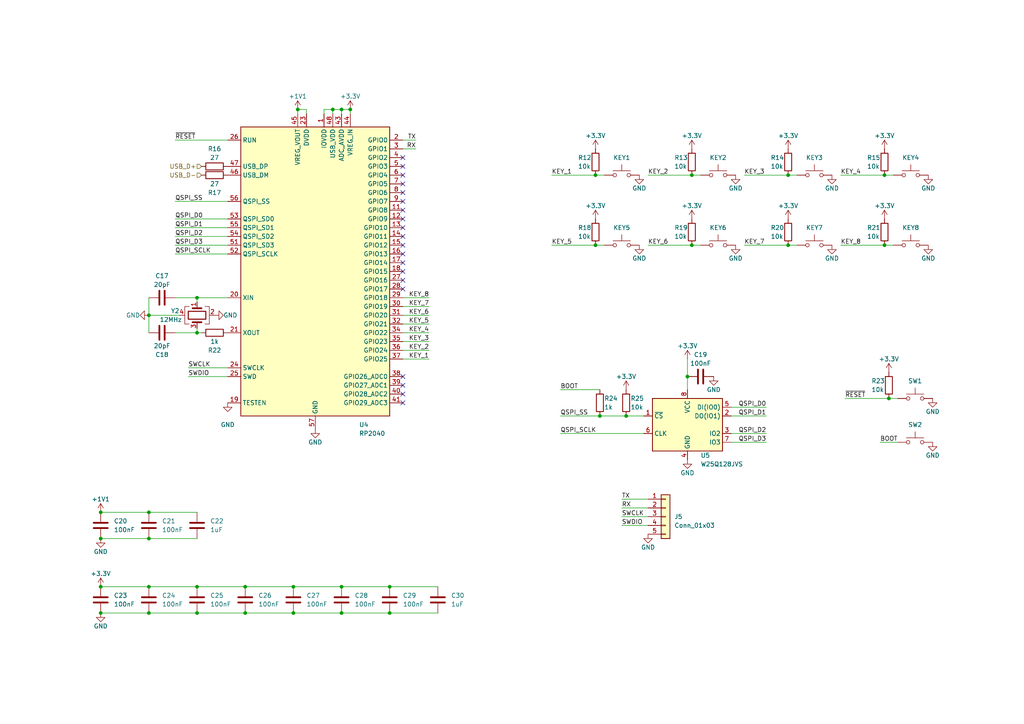
<source format=kicad_sch>
(kicad_sch (version 20211123) (generator eeschema)
  (paper "A4")
  (lib_symbols
    (symbol "Connector_Generic:Conn_01x05" (pin_names (offset 1.016) hide)
      (property "Reference" "J" (at 0 7.62 0))
      (property "Value" "Conn_01x05" (at 0 -7.62 0))
      (symbol "Conn_01x05_1_1"
        (rectangle (start -1.27 -4.953) (end 0 -5.207) (stroke (width 0.1524)))
        (rectangle (start -1.27 -2.413) (end 0 -2.667) (stroke (width 0.1524)))
        (rectangle (start -1.27 0.127) (end 0 -0.127) (stroke (width 0.1524)))
        (rectangle (start -1.27 2.667) (end 0 2.413) (stroke (width 0.1524)))
        (rectangle (start -1.27 5.207) (end 0 4.953) (stroke (width 0.1524)))
        (rectangle (start -1.27 6.35) (end 1.27 -6.35) (stroke (width 0.254)) (fill (type background)))
        (pin passive line (at -5.08 5.08 0) (length 3.81) (name "Pin_1") (number "1"))
        (pin passive line (at -5.08 2.54 0) (length 3.81) (name "Pin_2") (number "2"))
        (pin passive line (at -5.08 0 0) (length 3.81) (name "Pin_3") (number "3"))
        (pin passive line (at -5.08 -2.54 0) (length 3.81) (name "Pin_4") (number "4"))
        (pin passive line (at -5.08 -5.08 0) (length 3.81) (name "Pin_5") (number "5"))
      )
    )
    (symbol "Device:C" (pin_numbers hide) (pin_names (offset 0.254))
      (property "Reference" "C" (at 0.635 2.54 0))
      (property "Value" "C" (at 0.635 -2.54 0))
      (symbol "C_0_1"
        (polyline (pts (xy -2.032 -0.762) (xy 2.032 -0.762)) (stroke (width 0.508)))
        (polyline (pts (xy -2.032 0.762) (xy 2.032 0.762)) (stroke (width 0.508)))
      )
      (symbol "C_1_1"
        (pin passive line (at 0 3.81 270) (length 2.794) (name "~") (number "1"))
        (pin passive line (at 0 -3.81 90) (length 2.794) (name "~") (number "2"))
      )
    )
    (symbol "Device:Crystal_GND24" (pin_names (offset 1.016) hide)
      (property "Reference" "Y" (at 3.175 5.08 0))
      (property "Value" "Crystal_GND24" (at 3.175 3.175 0))
      (symbol "Crystal_GND24_0_1"
        (rectangle (start -1.143 2.54) (end 1.143 -2.54) (stroke (width 0.3048)))
        (polyline (pts (xy -2.54 0) (xy -2.032 0)))
        (polyline (pts (xy -2.032 -1.27) (xy -2.032 1.27)) (stroke (width 0.508)))
        (polyline (pts (xy 0 -3.81) (xy 0 -3.556)))
        (polyline (pts (xy 0 3.556) (xy 0 3.81)))
        (polyline (pts (xy 2.032 -1.27) (xy 2.032 1.27)) (stroke (width 0.508)))
        (polyline (pts (xy 2.032 0) (xy 2.54 0)))
        (polyline (pts (xy -2.54 -2.286) (xy -2.54 -3.556) (xy 2.54 -3.556) (xy 2.54 -2.286)))
        (polyline (pts (xy -2.54 2.286) (xy -2.54 3.556) (xy 2.54 3.556) (xy 2.54 2.286)))
      )
      (symbol "Crystal_GND24_1_1"
        (pin passive line (at -3.81 0 0) (length 1.27) (name "1") (number "1"))
        (pin passive line (at 0 5.08 270) (length 1.27) (name "2") (number "2"))
        (pin passive line (at 3.81 0 180) (length 1.27) (name "3") (number "3"))
        (pin passive line (at 0 -5.08 90) (length 1.27) (name "4") (number "4"))
      )
    )
    (symbol "Device:R" (pin_numbers hide) (pin_names (offset 0))
      (property "Reference" "R" (at 2.032 0 90))
      (property "Value" "R" (at 0 0 90))
      (symbol "R_0_1"
        (rectangle (start -1.016 -2.54) (end 1.016 2.54) (stroke (width 0.254)))
      )
      (symbol "R_1_1"
        (pin passive line (at 0 3.81 270) (length 1.27) (name "~") (number "1"))
        (pin passive line (at 0 -3.81 90) (length 1.27) (name "~") (number "2"))
      )
    )
    (symbol "MCU_RaspberryPi:RP2040"
      (property "Reference" "U" (at 17.78 45.72 0))
      (property "Value" "RP2040" (at 17.78 43.18 0))
      (symbol "RP2040_0_1"
        (rectangle (start -21.59 41.91) (end 21.59 -41.91) (stroke (width 0.254)) (fill (type background)))
      )
      (symbol "RP2040_1_1"
        (pin power_in line (at 2.54 45.72 270) (length 3.81) (name "IOVDD") (number "1"))
        (pin passive line (at 2.54 45.72 270) (length 3.81) hide (name "IOVDD") (number "10"))
        (pin bidirectional line (at 25.4 17.78 180) (length 3.81) (name "GPIO8") (number "11"))
        (pin bidirectional line (at 25.4 15.24 180) (length 3.81) (name "GPIO9") (number "12"))
        (pin bidirectional line (at 25.4 12.7 180) (length 3.81) (name "GPIO10") (number "13"))
        (pin bidirectional line (at 25.4 10.16 180) (length 3.81) (name "GPIO11") (number "14"))
        (pin bidirectional line (at 25.4 7.62 180) (length 3.81) (name "GPIO12") (number "15"))
        (pin bidirectional line (at 25.4 5.08 180) (length 3.81) (name "GPIO13") (number "16"))
        (pin bidirectional line (at 25.4 2.54 180) (length 3.81) (name "GPIO14") (number "17"))
        (pin bidirectional line (at 25.4 0 180) (length 3.81) (name "GPIO15") (number "18"))
        (pin input line (at -25.4 -38.1 0) (length 3.81) (name "TESTEN") (number "19"))
        (pin bidirectional line (at 25.4 38.1 180) (length 3.81) (name "GPIO0") (number "2"))
        (pin input line (at -25.4 -7.62 0) (length 3.81) (name "XIN") (number "20"))
        (pin passive line (at -25.4 -17.78 0) (length 3.81) (name "XOUT") (number "21"))
        (pin passive line (at 2.54 45.72 270) (length 3.81) hide (name "IOVDD") (number "22"))
        (pin power_in line (at -2.54 45.72 270) (length 3.81) (name "DVDD") (number "23"))
        (pin output line (at -25.4 -27.94 0) (length 3.81) (name "SWCLK") (number "24"))
        (pin bidirectional line (at -25.4 -30.48 0) (length 3.81) (name "SWD") (number "25"))
        (pin input line (at -25.4 38.1 0) (length 3.81) (name "RUN") (number "26"))
        (pin bidirectional line (at 25.4 -2.54 180) (length 3.81) (name "GPIO16") (number "27"))
        (pin bidirectional line (at 25.4 -5.08 180) (length 3.81) (name "GPIO17") (number "28"))
        (pin bidirectional line (at 25.4 -7.62 180) (length 3.81) (name "GPIO18") (number "29"))
        (pin bidirectional line (at 25.4 35.56 180) (length 3.81) (name "GPIO1") (number "3"))
        (pin bidirectional line (at 25.4 -10.16 180) (length 3.81) (name "GPIO19") (number "30"))
        (pin bidirectional line (at 25.4 -12.7 180) (length 3.81) (name "GPIO20") (number "31"))
        (pin bidirectional line (at 25.4 -15.24 180) (length 3.81) (name "GPIO21") (number "32"))
        (pin passive line (at 2.54 45.72 270) (length 3.81) hide (name "IOVDD") (number "33"))
        (pin bidirectional line (at 25.4 -17.78 180) (length 3.81) (name "GPIO22") (number "34"))
        (pin bidirectional line (at 25.4 -20.32 180) (length 3.81) (name "GPIO23") (number "35"))
        (pin bidirectional line (at 25.4 -22.86 180) (length 3.81) (name "GPIO24") (number "36"))
        (pin bidirectional line (at 25.4 -25.4 180) (length 3.81) (name "GPIO25") (number "37"))
        (pin bidirectional line (at 25.4 -30.48 180) (length 3.81) (name "GPIO26_ADC0") (number "38"))
        (pin bidirectional line (at 25.4 -33.02 180) (length 3.81) (name "GPIO27_ADC1") (number "39"))
        (pin bidirectional line (at 25.4 33.02 180) (length 3.81) (name "GPIO2") (number "4"))
        (pin bidirectional line (at 25.4 -35.56 180) (length 3.81) (name "GPIO28_ADC2") (number "40"))
        (pin bidirectional line (at 25.4 -38.1 180) (length 3.81) (name "GPIO29_ADC3") (number "41"))
        (pin passive line (at 2.54 45.72 270) (length 3.81) hide (name "IOVDD") (number "42"))
        (pin power_in line (at 7.62 45.72 270) (length 3.81) (name "ADC_AVDD") (number "43"))
        (pin power_in line (at 10.16 45.72 270) (length 3.81) (name "VREG_IN") (number "44"))
        (pin power_out line (at -5.08 45.72 270) (length 3.81) (name "VREG_VOUT") (number "45"))
        (pin bidirectional line (at -25.4 27.94 0) (length 3.81) (name "USB_DM") (number "46"))
        (pin bidirectional line (at -25.4 30.48 0) (length 3.81) (name "USB_DP") (number "47"))
        (pin power_in line (at 5.08 45.72 270) (length 3.81) (name "USB_VDD") (number "48"))
        (pin passive line (at 2.54 45.72 270) (length 3.81) hide (name "IOVDD") (number "49"))
        (pin bidirectional line (at 25.4 30.48 180) (length 3.81) (name "GPIO3") (number "5"))
        (pin passive line (at -2.54 45.72 270) (length 3.81) hide (name "DVDD") (number "50"))
        (pin bidirectional line (at -25.4 7.62 0) (length 3.81) (name "QSPI_SD3") (number "51"))
        (pin output line (at -25.4 5.08 0) (length 3.81) (name "QSPI_SCLK") (number "52"))
        (pin bidirectional line (at -25.4 15.24 0) (length 3.81) (name "QSPI_SD0") (number "53"))
        (pin bidirectional line (at -25.4 10.16 0) (length 3.81) (name "QSPI_SD2") (number "54"))
        (pin bidirectional line (at -25.4 12.7 0) (length 3.81) (name "QSPI_SD1") (number "55"))
        (pin bidirectional line (at -25.4 20.32 0) (length 3.81) (name "QSPI_SS") (number "56"))
        (pin power_in line (at 0 -45.72 90) (length 3.81) (name "GND") (number "57"))
        (pin bidirectional line (at 25.4 27.94 180) (length 3.81) (name "GPIO4") (number "6"))
        (pin bidirectional line (at 25.4 25.4 180) (length 3.81) (name "GPIO5") (number "7"))
        (pin bidirectional line (at 25.4 22.86 180) (length 3.81) (name "GPIO6") (number "8"))
        (pin bidirectional line (at 25.4 20.32 180) (length 3.81) (name "GPIO7") (number "9"))
      )
    )
    (symbol "Memory_Flash:W25Q128JVS"
      (property "Reference" "U" (at -8.89 8.89 0))
      (property "Value" "W25Q128JVS" (at 7.62 8.89 0))
      (symbol "W25Q128JVS_0_1"
        (rectangle (start -10.16 7.62) (end 10.16 -7.62) (stroke (width 0.254)) (fill (type background)))
      )
      (symbol "W25Q128JVS_1_1"
        (pin input line (at -12.7 2.54 0) (length 2.54) (name "~{CS}") (number "1"))
        (pin bidirectional line (at 12.7 2.54 180) (length 2.54) (name "DO(IO1)") (number "2"))
        (pin bidirectional line (at 12.7 -2.54 180) (length 2.54) (name "IO2") (number "3"))
        (pin power_in line (at 0 -10.16 90) (length 2.54) (name "GND") (number "4"))
        (pin bidirectional line (at 12.7 5.08 180) (length 2.54) (name "DI(IO0)") (number "5"))
        (pin input line (at -12.7 -2.54 0) (length 2.54) (name "CLK") (number "6"))
        (pin bidirectional line (at 12.7 -5.08 180) (length 2.54) (name "IO3") (number "7"))
        (pin power_in line (at 0 10.16 270) (length 2.54) (name "VCC") (number "8"))
      )
    )
    (symbol "Switch:SW_Push" (pin_numbers hide) (pin_names (offset 1.016) hide)
      (property "Reference" "SW" (at 1.27 2.54 0))
      (property "Value" "SW_Push" (at 0 -1.524 0))
      (symbol "SW_Push_0_1"
        (circle (center -2.032 0) (radius 0.508))
        (polyline (pts (xy 0 1.27) (xy 0 3.048)))
        (polyline (pts (xy 2.54 1.27) (xy -2.54 1.27)))
        (circle (center 2.032 0) (radius 0.508))
        (pin passive line (at -5.08 0 0) (length 2.54) (name "1") (number "1"))
        (pin passive line (at 5.08 0 180) (length 2.54) (name "2") (number "2"))
      )
    )
    (symbol "power:+1V1" (power) (pin_names (offset 0))
      (property "Value" "+1V1" (at 0 3.556 0))
      (symbol "+1V1_0_1"
        (polyline (pts (xy -0.762 1.27) (xy 0 2.54)))
        (polyline (pts (xy 0 0) (xy 0 2.54)))
        (polyline (pts (xy 0 2.54) (xy 0.762 1.27)))
      )
      (symbol "+1V1_1_1"
        (pin power_in line (at 0 0 90) (length 0) hide (name "+1V1") (number "1"))
      )
    )
    (symbol "power:+3.3V" (power) (pin_names (offset 0))
      (property "Value" "+3.3V" (at 0 3.556 0))
      (symbol "+3.3V_0_1"
        (polyline (pts (xy -0.762 1.27) (xy 0 2.54)))
        (polyline (pts (xy 0 0) (xy 0 2.54)))
        (polyline (pts (xy 0 2.54) (xy 0.762 1.27)))
      )
      (symbol "+3.3V_1_1"
        (pin power_in line (at 0 0 90) (length 0) hide (name "+3.3V") (number "1"))
      )
    )
    (symbol "power:GND" (power) (pin_names (offset 0))
      (property "Value" "GND" (at 0 -3.81 0))
      (symbol "GND_0_1"
        (polyline (pts (xy 0 0) (xy 0 -1.27) (xy 1.27 -1.27) (xy 0 -2.54) (xy -1.27 -1.27) (xy 0 -1.27)))
      )
      (symbol "GND_1_1"
        (pin power_in line (at 0 0 270) (length 0) hide (name "GND") (number "1"))
      )
    )
  )
  (junction (at 43.18 91.44))
  (junction (at 85.09 177.8))
  (junction (at 172.72 50.8))
  (junction (at 173.99 120.65))
  (junction (at 71.12 177.8))
  (junction (at 43.18 177.8))
  (junction (at 96.52 31.75))
  (junction (at 256.54 71.12))
  (junction (at 228.6 71.12))
  (junction (at 200.66 71.12))
  (junction (at 71.12 170.18))
  (junction (at 99.06 177.8))
  (junction (at 57.15 96.52))
  (junction (at 113.03 177.8))
  (junction (at 57.15 86.36))
  (junction (at 101.6 31.75))
  (junction (at 29.21 156.21))
  (junction (at 29.21 177.8))
  (junction (at 228.6 50.8))
  (junction (at 200.66 50.8))
  (junction (at 43.18 170.18))
  (junction (at 29.21 148.59))
  (junction (at 57.15 177.8))
  (junction (at 99.06 31.75))
  (junction (at 43.18 148.59))
  (junction (at 172.72 71.12))
  (junction (at 29.21 170.18))
  (junction (at 257.81 115.57))
  (junction (at 57.15 170.18))
  (junction (at 181.61 120.65))
  (junction (at 85.09 170.18))
  (junction (at 99.06 170.18))
  (junction (at 199.39 109.22))
  (junction (at 113.03 170.18))
  (junction (at 86.36 31.75))
  (junction (at 43.18 156.21))
  (junction (at 256.54 50.8))
  (no_connect (at 116.84 109.22))
  (no_connect (at 116.84 111.76))
  (no_connect (at 116.84 114.3))
  (no_connect (at 116.84 116.84))
  (no_connect (at 116.84 63.5))
  (no_connect (at 116.84 48.26))
  (no_connect (at 116.84 66.04))
  (no_connect (at 116.84 68.58))
  (no_connect (at 116.84 71.12))
  (no_connect (at 116.84 76.2))
  (no_connect (at 116.84 73.66))
  (no_connect (at 116.84 83.82))
  (no_connect (at 116.84 81.28))
  (no_connect (at 116.84 78.74))
  (no_connect (at 116.84 60.96))
  (no_connect (at 116.84 58.42))
  (no_connect (at 116.84 55.88))
  (no_connect (at 116.84 53.34))
  (no_connect (at 116.84 50.8))
  (no_connect (at 116.84 45.72))
  (wire (pts (xy 50.8 63.5) (xy 66.04 63.5)))
  (wire (pts (xy 180.34 152.4) (xy 187.96 152.4)))
  (wire (pts (xy 43.18 170.18) (xy 57.15 170.18)))
  (wire (pts (xy 245.11 115.57) (xy 257.81 115.57)))
  (wire (pts (xy 43.18 156.21) (xy 57.15 156.21)))
  (wire (pts (xy 120.65 43.18) (xy 116.84 43.18)))
  (wire (pts (xy 57.15 96.52) (xy 57.15 95.25)))
  (wire (pts (xy 256.54 50.8) (xy 259.08 50.8)))
  (wire (pts (xy 96.52 31.75) (xy 99.06 31.75)))
  (wire (pts (xy 50.8 40.64) (xy 66.04 40.64)))
  (wire (pts (xy 222.25 125.73) (xy 212.09 125.73)))
  (wire (pts (xy 200.66 50.8) (xy 203.2 50.8)))
  (wire (pts (xy 243.84 50.8) (xy 256.54 50.8)))
  (wire (pts (xy 180.34 149.86) (xy 187.96 149.86)))
  (wire (pts (xy 162.56 125.73) (xy 186.69 125.73)))
  (wire (pts (xy 162.56 120.65) (xy 173.99 120.65)))
  (wire (pts (xy 93.98 31.75) (xy 93.98 33.02)))
  (wire (pts (xy 124.46 99.06) (xy 116.84 99.06)))
  (wire (pts (xy 99.06 31.75) (xy 99.06 33.02)))
  (wire (pts (xy 99.06 31.75) (xy 101.6 31.75)))
  (wire (pts (xy 181.61 120.65) (xy 186.69 120.65)))
  (wire (pts (xy 124.46 101.6) (xy 116.84 101.6)))
  (wire (pts (xy 215.9 71.12) (xy 228.6 71.12)))
  (wire (pts (xy 228.6 71.12) (xy 231.14 71.12)))
  (wire (pts (xy 29.21 156.21) (xy 43.18 156.21)))
  (wire (pts (xy 43.18 148.59) (xy 57.15 148.59)))
  (wire (pts (xy 101.6 31.75) (xy 101.6 33.02)))
  (wire (pts (xy 160.02 50.8) (xy 172.72 50.8)))
  (wire (pts (xy 160.02 71.12) (xy 172.72 71.12)))
  (wire (pts (xy 43.18 91.44) (xy 52.07 91.44)))
  (wire (pts (xy 124.46 88.9) (xy 116.84 88.9)))
  (wire (pts (xy 222.25 118.11) (xy 212.09 118.11)))
  (wire (pts (xy 50.8 66.04) (xy 66.04 66.04)))
  (wire (pts (xy 99.06 170.18) (xy 113.03 170.18)))
  (wire (pts (xy 113.03 177.8) (xy 127 177.8)))
  (wire (pts (xy 57.15 86.36) (xy 57.15 87.63)))
  (wire (pts (xy 58.42 96.52) (xy 57.15 96.52)))
  (wire (pts (xy 29.21 148.59) (xy 43.18 148.59)))
  (wire (pts (xy 222.25 120.65) (xy 212.09 120.65)))
  (wire (pts (xy 57.15 177.8) (xy 71.12 177.8)))
  (wire (pts (xy 71.12 177.8) (xy 85.09 177.8)))
  (wire (pts (xy 85.09 170.18) (xy 99.06 170.18)))
  (wire (pts (xy 124.46 91.44) (xy 116.84 91.44)))
  (wire (pts (xy 199.39 104.14) (xy 199.39 109.22)))
  (wire (pts (xy 187.96 50.8) (xy 200.66 50.8)))
  (wire (pts (xy 66.04 86.36) (xy 57.15 86.36)))
  (wire (pts (xy 54.61 106.68) (xy 66.04 106.68)))
  (wire (pts (xy 50.8 71.12) (xy 66.04 71.12)))
  (wire (pts (xy 172.72 71.12) (xy 175.26 71.12)))
  (wire (pts (xy 215.9 50.8) (xy 228.6 50.8)))
  (wire (pts (xy 50.8 86.36) (xy 57.15 86.36)))
  (wire (pts (xy 50.8 73.66) (xy 66.04 73.66)))
  (wire (pts (xy 50.8 58.42) (xy 66.04 58.42)))
  (wire (pts (xy 43.18 177.8) (xy 57.15 177.8)))
  (wire (pts (xy 257.81 115.57) (xy 260.35 115.57)))
  (wire (pts (xy 199.39 109.22) (xy 199.39 113.03)))
  (wire (pts (xy 172.72 50.8) (xy 175.26 50.8)))
  (wire (pts (xy 180.34 144.78) (xy 187.96 144.78)))
  (wire (pts (xy 43.18 86.36) (xy 43.18 91.44)))
  (wire (pts (xy 71.12 170.18) (xy 85.09 170.18)))
  (wire (pts (xy 200.66 71.12) (xy 203.2 71.12)))
  (wire (pts (xy 255.27 128.27) (xy 260.35 128.27)))
  (wire (pts (xy 96.52 31.75) (xy 96.52 33.02)))
  (wire (pts (xy 29.21 177.8) (xy 43.18 177.8)))
  (wire (pts (xy 113.03 170.18) (xy 127 170.18)))
  (wire (pts (xy 124.46 96.52) (xy 116.84 96.52)))
  (wire (pts (xy 43.18 91.44) (xy 43.18 96.52)))
  (wire (pts (xy 243.84 71.12) (xy 256.54 71.12)))
  (wire (pts (xy 124.46 93.98) (xy 116.84 93.98)))
  (wire (pts (xy 173.99 120.65) (xy 181.61 120.65)))
  (wire (pts (xy 222.25 128.27) (xy 212.09 128.27)))
  (wire (pts (xy 50.8 96.52) (xy 57.15 96.52)))
  (wire (pts (xy 50.8 68.58) (xy 66.04 68.58)))
  (wire (pts (xy 29.21 170.18) (xy 43.18 170.18)))
  (wire (pts (xy 86.36 31.75) (xy 88.9 31.75)))
  (wire (pts (xy 180.34 147.32) (xy 187.96 147.32)))
  (wire (pts (xy 99.06 177.8) (xy 113.03 177.8)))
  (wire (pts (xy 187.96 71.12) (xy 200.66 71.12)))
  (wire (pts (xy 88.9 31.75) (xy 88.9 33.02)))
  (wire (pts (xy 256.54 71.12) (xy 259.08 71.12)))
  (wire (pts (xy 86.36 31.75) (xy 86.36 33.02)))
  (wire (pts (xy 54.61 109.22) (xy 66.04 109.22)))
  (wire (pts (xy 228.6 50.8) (xy 231.14 50.8)))
  (wire (pts (xy 124.46 86.36) (xy 116.84 86.36)))
  (wire (pts (xy 93.98 31.75) (xy 96.52 31.75)))
  (wire (pts (xy 124.46 104.14) (xy 116.84 104.14)))
  (wire (pts (xy 162.56 113.03) (xy 173.99 113.03)))
  (wire (pts (xy 120.65 40.64) (xy 116.84 40.64)))
  (wire (pts (xy 85.09 177.8) (xy 99.06 177.8)))
  (wire (pts (xy 57.15 170.18) (xy 71.12 170.18)))
  (label "KEY_2" (at 124.46 101.6 180))
  (label "QSPI_SS" (at 50.8 58.42 0))
  (label "~{RESET}" (at 50.8 40.64 0))
  (label "TX" (at 120.65 40.64 180))
  (label "KEY_4" (at 124.46 96.52 180))
  (label "QSPI_D0" (at 50.8 63.5 0))
  (label "KEY_7" (at 124.46 88.9 180))
  (label "KEY_5" (at 124.46 93.98 180))
  (label "KEY_5" (at 160.02 71.12 0))
  (label "SWDIO" (at 54.61 109.22 0))
  (label "QSPI_D0" (at 222.25 118.11 180))
  (label "SWCLK" (at 54.61 106.68 0))
  (label "BOOT" (at 255.27 128.27 0))
  (label "QSPI_D3" (at 222.25 128.27 180))
  (label "KEY_1" (at 160.02 50.8 0))
  (label "QSPI_D1" (at 222.25 120.65 180))
  (label "QSPI_SS" (at 162.56 120.65 0))
  (label "RX" (at 180.34 147.32 0))
  (label "KEY_2" (at 187.96 50.8 0))
  (label "QSPI_D1" (at 50.8 66.04 0))
  (label "~{RESET}" (at 245.11 115.57 0))
  (label "TX" (at 180.34 144.78 0))
  (label "KEY_8" (at 243.84 71.12 0))
  (label "RX" (at 120.65 43.18 180))
  (label "QSPI_D2" (at 50.8 68.58 0))
  (label "SWDIO" (at 180.34 152.4 0))
  (label "KEY_1" (at 124.46 104.14 180))
  (label "KEY_6" (at 124.46 91.44 180))
  (label "KEY_6" (at 187.96 71.12 0))
  (label "SWCLK" (at 180.34 149.86 0))
  (label "KEY_7" (at 215.9 71.12 0))
  (label "KEY_3" (at 124.46 99.06 180))
  (label "QSPI_SCLK" (at 162.56 125.73 0))
  (label "KEY_4" (at 243.84 50.8 0))
  (label "KEY_3" (at 215.9 50.8 0))
  (label "QSPI_D3" (at 50.8 71.12 0))
  (label "BOOT" (at 162.56 113.03 0))
  (label "QSPI_D2" (at 222.25 125.73 180))
  (label "QSPI_SCLK" (at 50.8 73.66 0))
  (label "KEY_8" (at 124.46 86.36 180))
  (hierarchical_label "USB_D-" (shape input) (at 58.42 50.8 180))
  (hierarchical_label "USB_D+" (shape input) (at 58.42 48.26 180))
  (symbol (lib_id "power:GND") (at 43.18 91.44 270) (unit 1)
    (property "Reference" "#PWR0150" (effects hide))
    (property "Value" "GND" (at 40.64 91.44 90) (effects (justify right)))
  )
  (symbol (lib_id "Switch:SW_Push") (at 180.34 50.8 0) (unit 1)
    (property "Reference" "KEY1" (at 180.34 45.72 0))
    (property "Value" "SW_Push" (effects hide))
    (property "Footprint" "key-switches:MX_switch_THT_hotswap_A" (effects hide))
  )
  (symbol (lib_id "Device:C") (at 29.21 173.99 0) (unit 1)
    (property "Reference" "C23" (at 33.02 172.7199 0) (effects (justify left)))
    (property "Value" "100nF" (at 33.02 175.2599 0) (effects (justify left)))
    (property "Footprint" "Capacitor_SMD:C_0402_1005Metric" (effects hide))
    (property "JLCPCB Part #" "C1525" (effects hide))
    (property "MFR. Part #" "CL05B104KO5NNNC" (effects hide))
  )
  (symbol (lib_id "Device:R") (at 257.81 111.76 0) (unit 1)
    (property "Reference" "R23" (at 252.73 110.49 0) (effects (justify left)))
    (property "Value" "10k" (at 252.73 113.03 0) (effects (justify left)))
    (property "Footprint" "Resistor_SMD:R_0402_1005Metric" (effects hide))
    (property "JLCPCB Part #" "C25744" (effects hide))
    (property "MFR. Part #" "0402WGF1002TCE" (effects hide))
  )
  (symbol (lib_id "Device:C") (at 43.18 152.4 0) (unit 1)
    (property "Reference" "C21" (at 46.99 151.1299 0) (effects (justify left)))
    (property "Value" "100nF" (at 46.99 153.6699 0) (effects (justify left)))
    (property "Footprint" "Capacitor_SMD:C_0402_1005Metric" (effects hide))
    (property "JLCPCB Part #" "C1525" (effects hide))
    (property "MFR. Part #" "CL05B104KO5NNNC" (effects hide))
  )
  (symbol (lib_id "Switch:SW_Push") (at 208.28 71.12 0) (unit 1)
    (property "Reference" "KEY6" (at 208.28 66.04 0))
    (property "Value" "SW_Push" (effects hide))
    (property "Footprint" "key-switches:MX_switch_THT_hotswap_A" (effects hide))
  )
  (symbol (lib_id "Memory_Flash:W25Q128JVS") (at 199.39 123.19 0) (unit 1)
    (property "Reference" "U5" (at 203.2 132.08 0) (effects (justify left)))
    (property "Value" "W25Q128JVS" (at 203.2 134.62 0) (effects (justify left)))
    (property "Footprint" "Package_SO:SOIC-8_5.23x5.23mm_P1.27mm" (effects hide))
    (property "Datasheet" "http://www.winbond.com/resource-files/w25q128jv_dtr%20revc%2003272018%20plus.pdf" (effects hide))
    (property "JLCPCB Part #" "C97521" (effects hide))
    (property "MFR. Part #" "W25Q128JVSIQ" (effects hide))
  )
  (symbol (lib_id "power:+3.3V") (at 257.81 107.95 0) (unit 1)
    (property "Reference" "#PWR0169" (effects hide))
    (property "Value" "+3.3V" (at 257.81 104.14 0))
  )
  (symbol (lib_id "Switch:SW_Push") (at 180.34 71.12 0) (unit 1)
    (property "Reference" "KEY5" (at 180.34 66.04 0))
    (property "Value" "SW_Push" (effects hide))
    (property "Footprint" "key-switches:MX_switch_THT_hotswap_A" (effects hide))
  )
  (symbol (lib_id "power:+3.3V") (at 200.66 63.5 0) (unit 1)
    (property "Reference" "#PWR0154" (effects hide))
    (property "Value" "+3.3V" (at 200.66 59.69 0))
  )
  (symbol (lib_id "Device:R") (at 256.54 46.99 0) (unit 1)
    (property "Reference" "R15" (at 251.46 45.72 0) (effects (justify left)))
    (property "Value" "10k" (at 251.46 48.26 0) (effects (justify left)))
    (property "Footprint" "Resistor_SMD:R_0402_1005Metric" (effects hide))
    (property "JLCPCB Part #" "C25744" (effects hide))
    (property "MFR. Part #" "0402WGF1002TCE" (effects hide))
  )
  (symbol (lib_id "Device:R") (at 200.66 46.99 0) (unit 1)
    (property "Reference" "R13" (at 195.58 45.72 0) (effects (justify left)))
    (property "Value" "10k" (at 195.58 48.26 0) (effects (justify left)))
    (property "Footprint" "Resistor_SMD:R_0402_1005Metric" (effects hide))
    (property "JLCPCB Part #" "C25744" (effects hide))
    (property "MFR. Part #" "0402WGF1002TCE" (effects hide))
  )
  (symbol (lib_id "Switch:SW_Push") (at 265.43 128.27 0) (unit 1)
    (property "Reference" "SW2" (at 265.43 123.19 0))
    (property "Value" "BOOT" (effects hide))
    (property "Footprint" "Button_Switch_SMD:SW_SPST_TL3342" (effects hide))
    (property "JLCPCB Part #" "C318884" (effects hide))
    (property "MFR. Part #" "TS-1187A-B-A-B" (effects hide))
  )
  (symbol (lib_id "Connector_Generic:Conn_01x05") (at 193.04 149.86 0) (unit 1)
    (property "Reference" "J5" (at 195.58 149.8599 0) (effects (justify left)))
    (property "Value" "Conn_01x03" (at 195.58 152.3999 0) (effects (justify left)))
    (property "Footprint" "Connector_PinHeader_2.54mm:PinHeader_1x05_P2.54mm_Vertical" (effects hide))
  )
  (symbol (lib_id "Device:Crystal_GND24") (at 57.15 91.44 270) (unit 1)
    (property "Reference" "Y2" (at 50.8 90.17 90))
    (property "Value" "12MHz" (at 49.53 92.71 90))
    (property "Footprint" "Crystal:Crystal_SMD_3225-4Pin_3.2x2.5mm" (effects hide))
    (property "JLCPCB Part #" "C9002" (effects hide))
    (property "MFR. Part #" "X322512MSB4SI" (effects hide))
  )
  (symbol (lib_id "Device:R") (at 62.23 48.26 90) (unit 1)
    (property "Reference" "R16" (at 62.23 43.18 90))
    (property "Value" "27" (at 62.23 45.72 90))
    (property "Footprint" "Resistor_SMD:R_0603_1608Metric" (effects hide))
    (property "JLCPCB Part #" "C25190" (effects hide))
    (property "MFR. Part #" "0603WAF270JT5E" (effects hide))
  )
  (symbol (lib_id "Device:C") (at 43.18 173.99 0) (unit 1)
    (property "Reference" "C24" (at 46.99 172.7199 0) (effects (justify left)))
    (property "Value" "100nF" (at 46.99 175.2599 0) (effects (justify left)))
    (property "Footprint" "Capacitor_SMD:C_0402_1005Metric" (effects hide))
    (property "JLCPCB Part #" "C1525" (effects hide))
    (property "MFR. Part #" "CL05B104KO5NNNC" (effects hide))
  )
  (symbol (lib_id "power:GND") (at 269.24 50.8 0) (unit 1)
    (property "Reference" "#PWR0167" (effects hide))
    (property "Value" "GND" (at 269.24 54.61 0))
  )
  (symbol (lib_id "Device:C") (at 203.2 109.22 90) (unit 1)
    (property "Reference" "C19" (at 203.2 102.87 90))
    (property "Value" "100nF" (at 203.2 105.41 90))
    (property "Footprint" "Capacitor_SMD:C_0402_1005Metric" (effects hide))
    (property "JLCPCB Part #" "C1525" (effects hide))
    (property "MFR. Part #" "CL05B104KO5NNNC" (effects hide))
  )
  (symbol (lib_id "power:+3.3V") (at 200.66 43.18 0) (unit 1)
    (property "Reference" "#PWR0155" (effects hide))
    (property "Value" "+3.3V" (at 200.66 39.37 0))
  )
  (symbol (lib_id "power:GND") (at 187.96 154.94 0) (unit 1)
    (property "Reference" "#PWR0175" (effects hide))
    (property "Value" "GND" (at 187.96 158.75 0))
  )
  (symbol (lib_id "power:GND") (at 185.42 71.12 0) (unit 1)
    (property "Reference" "#PWR0159" (effects hide))
    (property "Value" "GND" (at 185.42 74.93 0))
  )
  (symbol (lib_id "power:GND") (at 66.04 116.84 0) (unit 1)
    (property "Reference" "#PWR0163" (effects hide))
    (property "Value" "GND" (at 66.04 123.19 0))
  )
  (symbol (lib_id "Switch:SW_Push") (at 265.43 115.57 0) (unit 1)
    (property "Reference" "SW1" (at 265.43 110.49 0))
    (property "Value" "RESET" (effects hide))
    (property "Footprint" "Button_Switch_SMD:SW_SPST_TL3342" (effects hide))
    (property "JLCPCB Part #" "C318884" (effects hide))
    (property "MFR. Part #" "TS-1187A-B-A-B" (effects hide))
  )
  (symbol (lib_id "Device:R") (at 173.99 116.84 0) (unit 1)
    (property "Reference" "R24" (at 175.26 115.57 0) (effects (justify left)))
    (property "Value" "1k" (at 175.26 118.11 0) (effects (justify left)))
    (property "Footprint" "Resistor_SMD:R_0402_1005Metric" (effects hide))
    (property "JLCPCB Part #" "C11702" (effects hide))
    (property "MFR. Part #" "0402WGF1001TCE" (effects hide))
  )
  (symbol (lib_id "Device:C") (at 85.09 173.99 0) (unit 1)
    (property "Reference" "C27" (at 88.9 172.7199 0) (effects (justify left)))
    (property "Value" "100nF" (at 88.9 175.2599 0) (effects (justify left)))
    (property "Footprint" "Capacitor_SMD:C_0402_1005Metric" (effects hide))
    (property "JLCPCB Part #" "C1525" (effects hide))
    (property "MFR. Part #" "CL05B104KO5NNNC" (effects hide))
  )
  (symbol (lib_id "Device:R") (at 181.61 116.84 0) (unit 1)
    (property "Reference" "R25" (at 182.88 115.57 0) (effects (justify left)))
    (property "Value" "10k" (at 182.88 118.11 0) (effects (justify left)))
    (property "Footprint" "Resistor_SMD:R_0402_1005Metric" (effects hide))
    (property "JLCPCB Part #" "C25744" (effects hide))
    (property "MFR. Part #" "0402WGF1002TCE" (effects hide))
  )
  (symbol (lib_id "power:+3.3V") (at 172.72 43.18 0) (unit 1)
    (property "Reference" "#PWR0162" (effects hide))
    (property "Value" "+3.3V" (at 172.72 39.37 0))
  )
  (symbol (lib_id "Device:C") (at 71.12 173.99 0) (unit 1)
    (property "Reference" "C26" (at 74.93 172.7199 0) (effects (justify left)))
    (property "Value" "100nF" (at 74.93 175.2599 0) (effects (justify left)))
    (property "Footprint" "Capacitor_SMD:C_0402_1005Metric" (effects hide))
    (property "JLCPCB Part #" "C1525" (effects hide))
    (property "MFR. Part #" "CL05B104KO5NNNC" (effects hide))
  )
  (symbol (lib_id "power:+3.3V") (at 101.6 31.75 0) (unit 1)
    (property "Reference" "#PWR0166" (effects hide))
    (property "Value" "+3.3V" (at 101.6 27.94 0))
  )
  (symbol (lib_id "Device:R") (at 256.54 67.31 0) (unit 1)
    (property "Reference" "R21" (at 251.46 66.04 0) (effects (justify left)))
    (property "Value" "10k" (at 251.46 68.58 0) (effects (justify left)))
    (property "Footprint" "Resistor_SMD:R_0402_1005Metric" (effects hide))
    (property "JLCPCB Part #" "C25744" (effects hide))
    (property "MFR. Part #" "0402WGF1002TCE" (effects hide))
  )
  (symbol (lib_id "Device:R") (at 228.6 67.31 0) (unit 1)
    (property "Reference" "R20" (at 223.52 66.04 0) (effects (justify left)))
    (property "Value" "10k" (at 223.52 68.58 0) (effects (justify left)))
    (property "Footprint" "Resistor_SMD:R_0402_1005Metric" (effects hide))
    (property "JLCPCB Part #" "C25744" (effects hide))
    (property "MFR. Part #" "0402WGF1002TCE" (effects hide))
  )
  (symbol (lib_id "power:+3.3V") (at 256.54 63.5 0) (unit 1)
    (property "Reference" "#PWR0171" (effects hide))
    (property "Value" "+3.3V" (at 256.54 59.69 0))
  )
  (symbol (lib_id "Device:R") (at 172.72 67.31 0) (unit 1)
    (property "Reference" "R18" (at 167.64 66.04 0) (effects (justify left)))
    (property "Value" "10k" (at 167.64 68.58 0) (effects (justify left)))
    (property "Footprint" "Resistor_SMD:R_0402_1005Metric" (effects hide))
    (property "JLCPCB Part #" "C25744" (effects hide))
    (property "MFR. Part #" "0402WGF1002TCE" (effects hide))
  )
  (symbol (lib_id "Device:R") (at 62.23 50.8 90) (unit 1)
    (property "Reference" "R17" (at 62.23 55.88 90))
    (property "Value" "27" (at 62.23 53.34 90))
    (property "Footprint" "Resistor_SMD:R_0603_1608Metric" (effects hide))
    (property "JLCPCB Part #" "C25190" (effects hide))
    (property "MFR. Part #" "0603WAF270JT5E" (effects hide))
  )
  (symbol (lib_id "Switch:SW_Push") (at 264.16 71.12 0) (unit 1)
    (property "Reference" "KEY8" (at 264.16 66.04 0))
    (property "Value" "SW_Push" (effects hide))
    (property "Footprint" "key-switches:MX_switch_THT_hotswap_A" (effects hide))
  )
  (symbol (lib_id "Device:R") (at 228.6 46.99 0) (unit 1)
    (property "Reference" "R14" (at 223.52 45.72 0) (effects (justify left)))
    (property "Value" "10k" (at 223.52 48.26 0) (effects (justify left)))
    (property "Footprint" "Resistor_SMD:R_0402_1005Metric" (effects hide))
    (property "JLCPCB Part #" "C25744" (effects hide))
    (property "MFR. Part #" "0402WGF1002TCE" (effects hide))
  )
  (symbol (lib_id "power:GND") (at 241.3 71.12 0) (unit 1)
    (property "Reference" "#PWR0174" (effects hide))
    (property "Value" "GND" (at 241.3 74.93 0))
  )
  (symbol (lib_id "Device:C") (at 57.15 173.99 0) (unit 1)
    (property "Reference" "C25" (at 60.96 172.7199 0) (effects (justify left)))
    (property "Value" "100nF" (at 60.96 175.2599 0) (effects (justify left)))
    (property "Footprint" "Capacitor_SMD:C_0402_1005Metric" (effects hide))
    (property "JLCPCB Part #" "C1525" (effects hide))
    (property "MFR. Part #" "CL05B104KO5NNNC" (effects hide))
  )
  (symbol (lib_id "power:GND") (at 199.39 133.35 0) (unit 1)
    (property "Reference" "#PWR0145" (effects hide))
    (property "Value" "GND" (at 199.39 137.16 0))
  )
  (symbol (lib_id "power:GND") (at 270.51 128.27 0) (unit 1)
    (property "Reference" "#PWR0173" (effects hide))
    (property "Value" "GND" (at 270.51 132.08 0))
  )
  (symbol (lib_id "power:GND") (at 29.21 177.8 0) (unit 1)
    (property "Reference" "#PWR0146" (effects hide))
    (property "Value" "GND" (at 29.21 181.61 0))
  )
  (symbol (lib_id "Device:R") (at 200.66 67.31 0) (unit 1)
    (property "Reference" "R19" (at 195.58 66.04 0) (effects (justify left)))
    (property "Value" "10k" (at 195.58 68.58 0) (effects (justify left)))
    (property "Footprint" "Resistor_SMD:R_0402_1005Metric" (effects hide))
    (property "JLCPCB Part #" "C25744" (effects hide))
    (property "MFR. Part #" "0402WGF1002TCE" (effects hide))
  )
  (symbol (lib_id "power:+3.3V") (at 256.54 43.18 0) (unit 1)
    (property "Reference" "#PWR0168" (effects hide))
    (property "Value" "+3.3V" (at 256.54 39.37 0))
  )
  (symbol (lib_id "power:+1V1") (at 29.21 148.59 0) (unit 1)
    (property "Reference" "#PWR0147" (effects hide))
    (property "Value" "+1V1" (at 29.21 144.78 0))
  )
  (symbol (lib_id "Device:C") (at 127 173.99 0) (unit 1)
    (property "Reference" "C30" (at 130.81 172.7199 0) (effects (justify left)))
    (property "Value" "1uF" (at 130.81 175.2599 0) (effects (justify left)))
    (property "Footprint" "Capacitor_SMD:C_0402_1005Metric" (effects hide))
    (property "JLCPCB Part #" "C52923" (effects hide))
    (property "MFR. Part #" "CL05A105KA5NQNC" (effects hide))
  )
  (symbol (lib_id "power:+1V1") (at 86.36 31.75 0) (unit 1)
    (property "Reference" "#PWR0165" (effects hide))
    (property "Value" "+1V1" (at 86.36 27.94 0))
  )
  (symbol (lib_id "power:GND") (at 269.24 71.12 0) (unit 1)
    (property "Reference" "#PWR0170" (effects hide))
    (property "Value" "GND" (at 269.24 74.93 0))
  )
  (symbol (lib_id "power:GND") (at 185.42 50.8 0) (unit 1)
    (property "Reference" "#PWR0160" (effects hide))
    (property "Value" "GND" (at 185.42 54.61 0))
  )
  (symbol (lib_id "Device:C") (at 46.99 96.52 90) (unit 1)
    (property "Reference" "C18" (at 46.99 102.87 90))
    (property "Value" "20pF" (at 46.99 100.33 90))
    (property "Footprint" "Capacitor_SMD:C_0402_1005Metric" (effects hide))
    (property "JLCPCB Part #" "C1554" (effects hide))
    (property "MFR. Part #" "0402CG200J500NT" (effects hide))
  )
  (symbol (lib_id "Device:C") (at 99.06 173.99 0) (unit 1)
    (property "Reference" "C28" (at 102.87 172.7199 0) (effects (justify left)))
    (property "Value" "100nF" (at 102.87 175.2599 0) (effects (justify left)))
    (property "Footprint" "Capacitor_SMD:C_0402_1005Metric" (effects hide))
    (property "JLCPCB Part #" "C1525" (effects hide))
    (property "MFR. Part #" "CL05B104KO5NNNC" (effects hide))
  )
  (symbol (lib_id "power:+3.3V") (at 228.6 43.18 0) (unit 1)
    (property "Reference" "#PWR0157" (effects hide))
    (property "Value" "+3.3V" (at 228.6 39.37 0))
  )
  (symbol (lib_id "Switch:SW_Push") (at 208.28 50.8 0) (unit 1)
    (property "Reference" "KEY2" (at 208.28 45.72 0))
    (property "Value" "SW_Push" (effects hide))
    (property "Footprint" "key-switches:MX_switch_THT_hotswap_A" (effects hide))
  )
  (symbol (lib_id "Switch:SW_Push") (at 236.22 50.8 0) (unit 1)
    (property "Reference" "KEY3" (at 236.22 45.72 0))
    (property "Value" "SW_Push" (effects hide))
    (property "Footprint" "key-switches:MX_switch_THT_hotswap_A" (effects hide))
  )
  (symbol (lib_id "power:GND") (at 91.44 124.46 0) (unit 1)
    (property "Reference" "#PWR0164" (effects hide))
    (property "Value" "GND" (at 91.44 128.27 0))
  )
  (symbol (lib_id "Switch:SW_Push") (at 264.16 50.8 0) (unit 1)
    (property "Reference" "KEY4" (at 264.16 45.72 0))
    (property "Value" "SW_Push" (effects hide))
    (property "Footprint" "key-switches:MX_switch_THT_hotswap_A" (effects hide))
  )
  (symbol (lib_id "Switch:SW_Push") (at 236.22 71.12 0) (unit 1)
    (property "Reference" "KEY7" (at 236.22 66.04 0))
    (property "Value" "SW_Push" (effects hide))
    (property "Footprint" "key-switches:MX_switch_THT_hotswap_A" (effects hide))
  )
  (symbol (lib_id "power:GND") (at 62.23 91.44 90) (unit 1)
    (property "Reference" "#PWR0151" (effects hide))
    (property "Value" "GND" (at 64.77 91.44 90) (effects (justify right)))
  )
  (symbol (lib_id "power:GND") (at 213.36 71.12 0) (unit 1)
    (property "Reference" "#PWR0153" (effects hide))
    (property "Value" "GND" (at 213.36 74.93 0))
  )
  (symbol (lib_id "MCU_RaspberryPi:RP2040") (at 91.44 78.74 0) (unit 1)
    (property "Reference" "U4" (at 104.14 123.19 0) (effects (justify left)))
    (property "Value" "RP2040" (at 104.14 125.73 0) (effects (justify left)))
    (property "Footprint" "Package_DFN_QFN:QFN-56-1EP_7x7mm_P0.4mm_EP3.2x3.2mm" (effects hide))
    (property "Datasheet" "https://datasheets.raspberrypi.com/rp2040/rp2040-datasheet.pdf" (effects hide))
    (property "JLCPCB Part #" "C2040" (effects hide))
    (property "MFR. Part #" "RP2040" (effects hide))
  )
  (symbol (lib_id "power:+3.3V") (at 199.39 104.14 0) (unit 1)
    (property "Reference" "#PWR0142" (effects hide))
    (property "Value" "+3.3V" (at 199.39 100.33 0))
  )
  (symbol (lib_id "Device:C") (at 29.21 152.4 0) (unit 1)
    (property "Reference" "C20" (at 33.02 151.1299 0) (effects (justify left)))
    (property "Value" "100nF" (at 33.02 153.6699 0) (effects (justify left)))
    (property "Footprint" "Capacitor_SMD:C_0402_1005Metric" (effects hide))
    (property "JLCPCB Part #" "C1525" (effects hide))
    (property "MFR. Part #" "CL05B104KO5NNNC" (effects hide))
  )
  (symbol (lib_id "power:+3.3V") (at 172.72 63.5 0) (unit 1)
    (property "Reference" "#PWR0161" (effects hide))
    (property "Value" "+3.3V" (at 172.72 59.69 0))
  )
  (symbol (lib_id "power:GND") (at 207.01 109.22 0) (unit 1)
    (property "Reference" "#PWR0143" (effects hide))
    (property "Value" "GND" (at 207.01 113.03 0))
  )
  (symbol (lib_id "Device:C") (at 57.15 152.4 0) (unit 1)
    (property "Reference" "C22" (at 60.96 151.1299 0) (effects (justify left)))
    (property "Value" "1uF" (at 60.96 153.6699 0) (effects (justify left)))
    (property "Footprint" "Capacitor_SMD:C_0402_1005Metric" (effects hide))
    (property "JLCPCB Part #" "C52923" (effects hide))
    (property "MFR. Part #" "CL05A105KA5NQNC" (effects hide))
  )
  (symbol (lib_id "Device:R") (at 172.72 46.99 0) (unit 1)
    (property "Reference" "R12" (at 167.64 45.72 0) (effects (justify left)))
    (property "Value" "10k" (at 167.64 48.26 0) (effects (justify left)))
    (property "Footprint" "Resistor_SMD:R_0402_1005Metric" (effects hide))
    (property "JLCPCB Part #" "C25744" (effects hide))
    (property "MFR. Part #" "0402WGF1002TCE" (effects hide))
  )
  (symbol (lib_id "power:GND") (at 241.3 50.8 0) (unit 1)
    (property "Reference" "#PWR0158" (effects hide))
    (property "Value" "GND" (at 241.3 54.61 0))
  )
  (symbol (lib_id "power:GND") (at 270.51 115.57 0) (unit 1)
    (property "Reference" "#PWR0172" (effects hide))
    (property "Value" "GND" (at 270.51 119.38 0))
  )
  (symbol (lib_id "power:GND") (at 29.21 156.21 0) (unit 1)
    (property "Reference" "#PWR0149" (effects hide))
    (property "Value" "GND" (at 29.21 160.02 0))
  )
  (symbol (lib_id "Device:C") (at 113.03 173.99 0) (unit 1)
    (property "Reference" "C29" (at 116.84 172.7199 0) (effects (justify left)))
    (property "Value" "100nF" (at 116.84 175.2599 0) (effects (justify left)))
    (property "Footprint" "Capacitor_SMD:C_0402_1005Metric" (effects hide))
    (property "JLCPCB Part #" "C1525" (effects hide))
    (property "MFR. Part #" "CL05B104KO5NNNC" (effects hide))
  )
  (symbol (lib_id "power:+3.3V") (at 29.21 170.18 0) (unit 1)
    (property "Reference" "#PWR0148" (effects hide))
    (property "Value" "+3.3V" (at 29.21 166.37 0))
  )
  (symbol (lib_id "Device:C") (at 46.99 86.36 90) (unit 1)
    (property "Reference" "C17" (at 46.99 80.01 90))
    (property "Value" "20pF" (at 46.99 82.55 90))
    (property "Footprint" "Capacitor_SMD:C_0402_1005Metric" (effects hide))
    (property "JLCPCB Part #" "C1554" (effects hide))
    (property "MFR. Part #" "0402CG200J500NT" (effects hide))
  )
  (symbol (lib_id "Device:R") (at 62.23 96.52 90) (unit 1)
    (property "Reference" "R22" (at 62.23 101.6 90))
    (property "Value" "1k" (at 62.23 99.06 90))
    (property "Footprint" "Resistor_SMD:R_0402_1005Metric" (effects hide))
    (property "JLCPCB Part #" "C11702" (effects hide))
    (property "MFR. Part #" "0402WGF1001TCE" (effects hide))
  )
  (symbol (lib_id "power:GND") (at 213.36 50.8 0) (unit 1)
    (property "Reference" "#PWR0156" (effects hide))
    (property "Value" "GND" (at 213.36 54.61 0))
  )
  (symbol (lib_id "power:+3.3V") (at 181.61 113.03 0) (unit 1)
    (property "Reference" "#PWR0144" (effects hide))
    (property "Value" "+3.3V" (at 181.61 109.22 0))
  )
  (symbol (lib_id "power:+3.3V") (at 228.6 63.5 0) (unit 1)
    (property "Reference" "#PWR0152" (effects hide))
    (property "Value" "+3.3V" (at 228.6 59.69 0))
  )
)
</source>
